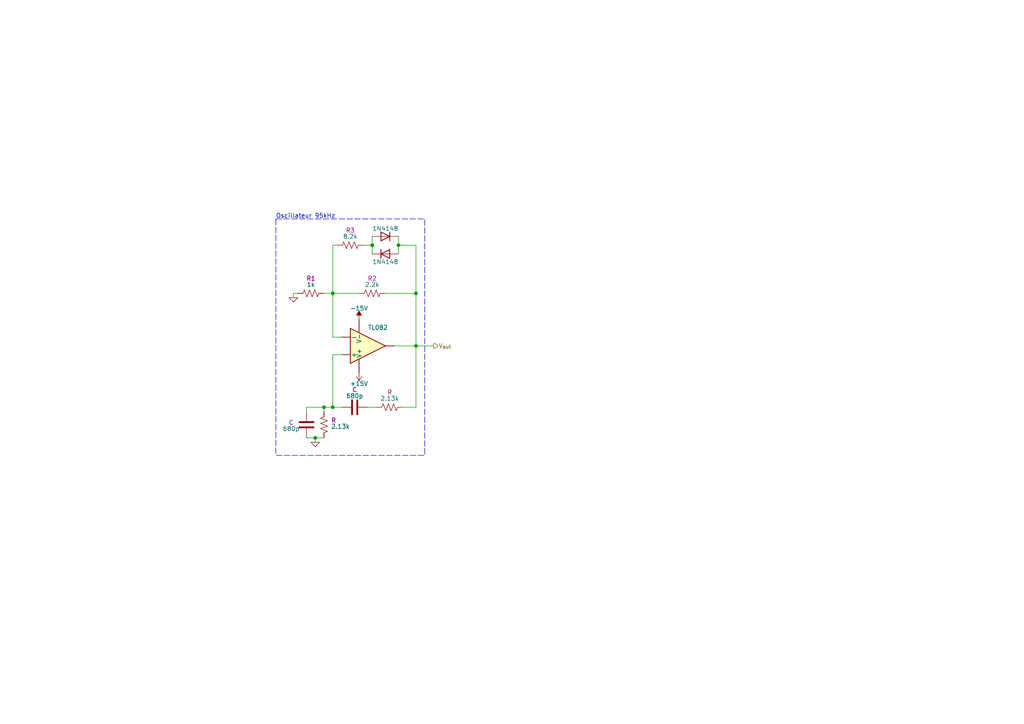
<source format=kicad_sch>
(kicad_sch (version 20250114) (generator "eeschema") (generator_version "9.0")
  (paper "A4")
  (title_block (title "Oscillateur (interrupteur)"))
  (lib_symbols
    (symbol "Device:C" (pin_numbers (hide yes)) (pin_names (offset 0.254))
      (property "Reference" "C" (at 0.635 2.54 0))
      (property "Value" "C" (at 0.635 -2.54 0))
      (symbol "C_0_1"
        (polyline (pts (xy -2.032 0.762) (xy 2.032 0.762)) (stroke (width 0.508)))
        (polyline (pts (xy -2.032 -0.762) (xy 2.032 -0.762)) (stroke (width 0.508)))
      )
      (symbol "C_1_1"
        (pin passive line (at 0 3.81 270) (length 2.794) (name "~") (number "1"))
        (pin passive line (at 0 -3.81 90) (length 2.794) (name "~") (number "2"))
      )
    )
    (symbol "Device:D" (pin_numbers (hide yes)) (pin_names (offset 1.016) (hide yes))
      (property "Reference" "D" (at 0 2.54 0))
      (property "Value" "D" (at 0 -2.54 0))
      (symbol "D_0_1"
        (polyline (pts (xy -1.27 1.27) (xy -1.27 -1.27)) (stroke (width 0.254)))
        (polyline (pts (xy 1.27 1.27) (xy 1.27 -1.27) (xy -1.27 0) (xy 1.27 1.27)) (stroke (width 0.254)))
        (polyline (pts (xy 1.27 0) (xy -1.27 0)))
      )
      (symbol "D_1_1"
        (pin passive line (at -3.81 0 0) (length 2.54) (name "K") (number "1"))
        (pin passive line (at 3.81 0 180) (length 2.54) (name "A") (number "2"))
      )
    )
    (symbol "Device:R_US" (pin_numbers (hide yes)) (pin_names (offset 0))
      (property "Reference" "R" (at 2.54 0 90))
      (property "Value" "R_US" (at -2.54 0 90))
      (symbol "R_US_0_1"
        (polyline (pts (xy 0 2.286) (xy 0 2.54)))
        (polyline (pts (xy 0 2.286) (xy 1.016 1.905) (xy 0 1.524) (xy -1.016 1.143) (xy 0 0.762)))
        (polyline (pts (xy 0 0.762) (xy 1.016 0.381) (xy 0 0) (xy -1.016 -0.381) (xy 0 -0.762)))
        (polyline (pts (xy 0 -0.762) (xy 1.016 -1.143) (xy 0 -1.524) (xy -1.016 -1.905) (xy 0 -2.286)))
        (polyline (pts (xy 0 -2.286) (xy 0 -2.54)))
      )
      (symbol "R_US_1_1"
        (pin passive line (at 0 3.81 270) (length 1.27) (name "~") (number "1"))
        (pin passive line (at 0 -3.81 90) (length 1.27) (name "~") (number "2"))
      )
    )
    (symbol "Simulation_SPICE:0" (power) (pin_numbers (hide yes)) (pin_names (offset 0) (hide yes))
      (property "Value" "0" (at 0 -2.54 0))
      (symbol "0_0_1"
        (polyline (pts (xy -1.27 0) (xy 0 -1.27) (xy 1.27 0) (xy -1.27 0)))
      )
      (symbol "0_1_1"
        (pin power_in line (at 0 0 0) (length 0) (name "~") (number "1"))
      )
    )
    (symbol "Simulation_SPICE:OPAMP" (pin_numbers (hide yes)) (pin_names (offset 0.254))
      (property "Reference" "U" (at 3.81 3.175 0))
      (property "Value" "${SIM.PARAMS}" (at 3.81 -3.175 0))
      (symbol "OPAMP_0_1"
        (polyline (pts (xy 5.08 0) (xy -5.08 5.08) (xy -5.08 -5.08) (xy 5.08 0)) (stroke (width 0.254)) (fill (type background)))
      )
      (symbol "OPAMP_1_1"
        (pin input line (at -7.62 2.54 0) (length 2.54) (name "+") (number "1"))
        (pin input line (at -7.62 -2.54 0) (length 2.54) (name "-") (number "2"))
        (pin power_in line (at -2.54 7.62 270) (length 3.81) (name "V+") (number "3"))
        (pin power_in line (at -2.54 -7.62 90) (length 3.81) (name "V-") (number "4"))
        (pin output line (at 7.62 0 180) (length 2.54) (name "~") (number "5"))
      )
    )
    (symbol "power:+15V" (power) (pin_numbers (hide yes)) (pin_names (offset 0) (hide yes))
      (property "Value" "+15V" (at 0 3.556 0))
      (symbol "+15V_0_1"
        (polyline (pts (xy -0.762 1.27) (xy 0 2.54)))
        (polyline (pts (xy 0 2.54) (xy 0.762 1.27)))
        (polyline (pts (xy 0 0) (xy 0 2.54)))
      )
      (symbol "+15V_1_1"
        (pin power_in line (at 0 0 90) (length 0) (name "~") (number "1"))
      )
    )
    (symbol "power:-15V" (power) (pin_numbers (hide yes)) (pin_names (offset 0) (hide yes))
      (property "Value" "-15V" (at 0 3.556 0))
      (symbol "-15V_0_0"
        (pin power_in line (at 0 0 90) (length 0) (name "~") (number "1"))
      )
      (symbol "-15V_0_1"
        (polyline (pts (xy 0 0) (xy 0 1.27) (xy 0.762 1.27) (xy 0 2.54) (xy -0.762 1.27) (xy 0 1.27)) (fill (type outline)))
      )
    )
  )
  (rectangle (start 80.01 63.5) (end 123.19 132.08) (stroke (width 0) (type dash)))
  (text "Oscillateur 95kHz" (at 80.01 63.5 0) (effects (font (size 1.27 1.27)) (justify left bottom)))
  (junction (at 96.52 85.09))
  (junction (at 93.98 118.11))
  (junction (at 91.44 127))
  (junction (at 120.65 85.09))
  (junction (at 96.52 118.11))
  (junction (at 115.57 71.12))
  (junction (at 107.95 71.12))
  (junction (at 120.65 100.33))
  (wire (pts (xy 116.84 118.11) (xy 120.65 118.11)))
  (wire (pts (xy 85.09 85.09) (xy 85.09 86.36)))
  (wire (pts (xy 105.41 71.12) (xy 107.95 71.12)))
  (wire (pts (xy 96.52 85.09) (xy 93.98 85.09)))
  (wire (pts (xy 120.65 100.33) (xy 125.73 100.33)))
  (wire (pts (xy 107.95 71.12) (xy 107.95 68.58)))
  (wire (pts (xy 91.44 127) (xy 91.44 128.27)))
  (wire (pts (xy 120.65 71.12) (xy 120.65 85.09)))
  (wire (pts (xy 115.57 71.12) (xy 120.65 71.12)))
  (wire (pts (xy 96.52 118.11) (xy 99.06 118.11)))
  (wire (pts (xy 99.06 97.79) (xy 96.52 97.79)))
  (wire (pts (xy 97.79 71.12) (xy 96.52 71.12)))
  (wire (pts (xy 120.65 118.11) (xy 120.65 100.33)))
  (wire (pts (xy 115.57 68.58) (xy 115.57 71.12)))
  (wire (pts (xy 93.98 118.11) (xy 93.98 119.38)))
  (wire (pts (xy 107.95 71.12) (xy 107.95 73.66)))
  (wire (pts (xy 91.44 127) (xy 93.98 127)))
  (wire (pts (xy 96.52 85.09) (xy 96.52 97.79)))
  (wire (pts (xy 88.9 118.11) (xy 93.98 118.11)))
  (wire (pts (xy 96.52 102.87) (xy 96.52 118.11)))
  (wire (pts (xy 106.68 118.11) (xy 109.22 118.11)))
  (wire (pts (xy 96.52 71.12) (xy 96.52 85.09)))
  (wire (pts (xy 115.57 71.12) (xy 115.57 73.66)))
  (wire (pts (xy 120.65 100.33) (xy 114.3 100.33)))
  (wire (pts (xy 96.52 85.09) (xy 104.14 85.09)))
  (wire (pts (xy 111.76 85.09) (xy 120.65 85.09)))
  (wire (pts (xy 88.9 118.11) (xy 88.9 119.38)))
  (wire (pts (xy 85.09 85.09) (xy 86.36 85.09)))
  (wire (pts (xy 88.9 127) (xy 91.44 127)))
  (wire (pts (xy 120.65 85.09) (xy 120.65 100.33)))
  (wire (pts (xy 99.06 102.87) (xy 96.52 102.87)))
  (wire (pts (xy 93.98 118.11) (xy 96.52 118.11)))
  (hierarchical_label "V_{out}" (shape output) (at 125.73 100.33 0))
  (symbol (lib_id "Device:C") (at 88.9 123.19 180) (unit 1)
    (property "Reference" "C20" (effects (hide yes)))
    (property "Value" "680p" (at 84.455 124.333 0))
    (property "Description" "Unpolarized capacitor" (effects (hide yes)))
    (property "Ref.Alt" "C" (at 84.455 122.555 0))
  )
  (symbol (lib_id "Device:R_US") (at 90.17 85.09 270) (unit 1)
    (property "Reference" "R55" (effects (hide yes)))
    (property "Value" "1k" (at 90.17 82.55 90))
    (property "Description" "Resistor, US symbol" (effects (hide yes)))
    (property "Ref.Alt" "R1" (at 90.17 80.772 90))
  )
  (symbol (lib_id "Device:C") (at 102.87 118.11 90) (unit 1)
    (property "Reference" "C21" (effects (hide yes)))
    (property "Value" "680p" (at 102.87 114.808 90))
    (property "Description" "Unpolarized capacitor" (effects (hide yes)))
    (property "Ref.Alt" "C" (at 102.87 113.03 90))
  )
  (symbol (lib_id "Simulation_SPICE:0") (at 85.09 86.36 0) (unit 1)
    (property "Reference" "#GND034" (effects (hide yes)))
    (property "Value" "0" (effects (hide yes)))
    (property "Datasheet" "https://ngspice.sourceforge.io/docs/ngspice-html-manual/manual.xhtml#subsec_Circuit_elements__device" (effects (hide yes)))
    (property "Description" "0V reference potential for simulation" (effects (hide yes)))
  )
  (symbol (lib_id "Device:R_US") (at 107.95 85.09 270) (unit 1)
    (property "Reference" "R58" (effects (hide yes)))
    (property "Value" "2.2k" (at 107.95 82.55 90))
    (property "Description" "Resistor, US symbol" (effects (hide yes)))
    (property "Ref.Alt" "R2" (at 107.95 80.772 90))
  )
  (symbol (lib_id "Device:R_US") (at 113.03 118.11 270) (unit 1)
    (property "Reference" "R59" (effects (hide yes)))
    (property "Value" "2.13k" (at 113.03 115.57 90))
    (property "Description" "Resistor, US symbol" (effects (hide yes)))
    (property "Ref.Alt" "R" (at 113.03 113.792 90))
  )
  (symbol (lib_id "Device:R_US") (at 101.6 71.12 270) (unit 1)
    (property "Reference" "R57" (effects (hide yes)))
    (property "Value" "8.2k" (at 101.6 68.58 90))
    (property "Description" "Resistor, US symbol" (effects (hide yes)))
    (property "Ref.Alt" "R3" (at 101.6 66.802 90))
  )
  (symbol (lib_id "Device:R_US") (at 93.98 123.19 0) (mirror y) (unit 1)
    (property "Reference" "R56" (effects (hide yes)))
    (property "Value" "2.13k" (at 96.012 123.698 0) (effects (justify right)))
    (property "Description" "Resistor, US symbol" (effects (hide yes)))
    (property "Ref.Alt" "R" (at 96.012 121.92 0) (effects (justify right)))
  )
  (symbol (lib_id "power:-15V") (at 104.14 92.71 0) (unit 1)
    (property "Reference" "#PWR046" (effects (hide yes)))
    (property "Value" "-15V" (at 104.14 89.408 0))
    (property "Description" "Power symbol creates a global label with name \"-15V\"" (effects (hide yes)))
  )
  (symbol (lib_id "Simulation_SPICE:0") (at 91.44 128.27 0) (unit 1)
    (property "Reference" "#GND035" (effects (hide yes)))
    (property "Value" "0" (effects (hide yes)))
    (property "Datasheet" "https://ngspice.sourceforge.io/docs/ngspice-html-manual/manual.xhtml#subsec_Circuit_elements__device" (effects (hide yes)))
    (property "Description" "0V reference potential for simulation" (effects (hide yes)))
  )
  (symbol (lib_id "Simulation_SPICE:OPAMP") (at 106.68 100.33 0) (mirror x) (unit 1)
    (property "Reference" "U22" (effects (hide yes)))
    (property "Value" "TL082" (at 106.68 94.996 0) (effects (justify left)))
    (property "Datasheet" "https://ngspice.sourceforge.io/docs/ngspice-html-manual/manual.xhtml#sec__SUBCKT_Subcircuits" (effects (hide yes)))
    (property "Description" "Operational amplifier, single" (effects (hide yes)))
    (property "Sim.Pins" "1=1 2=2 3=3 4=4 5=5" (effects (hide yes)))
    (property "Sim.Device" "SUBCKT" (effects (hide yes)))
    (property "Sim.Library" "TL082.MOD" (effects (hide yes)))
    (property "Sim.Name" "TL082" (effects (hide yes)))
  )
  (symbol (lib_id "Device:D") (at 111.76 73.66 0) (mirror x) (unit 1)
    (property "Reference" "D6" (effects (hide yes)))
    (property "Value" "1N4148" (at 111.76 75.946 0))
    (property "Description" "Diode" (effects (hide yes)))
    (property "Sim.Library" "1N4148.mod" (effects (hide yes)))
    (property "Sim.Device" "D" (effects (hide yes)))
    (property "Sim.Pins" "1=K 2=A" (effects (hide yes)))
    (property "Sim.Name" "D1N4148" (effects (hide yes)))
  )
  (symbol (lib_id "Device:D") (at 111.76 68.58 0) (mirror y) (unit 1)
    (property "Reference" "D5" (effects (hide yes)))
    (property "Value" "1N4148" (at 111.76 66.294 0))
    (property "Description" "Diode" (effects (hide yes)))
    (property "Sim.Library" "1N4148.mod" (effects (hide yes)))
    (property "Sim.Device" "D" (effects (hide yes)))
    (property "Sim.Pins" "1=K 2=A" (effects (hide yes)))
    (property "Sim.Name" "D1N4148" (effects (hide yes)))
  )
  (symbol (lib_id "power:+15V") (at 104.14 107.95 180) (unit 1)
    (property "Reference" "#PWR047" (effects (hide yes)))
    (property "Value" "+15V" (at 104.14 111.252 0))
    (property "Description" "Power symbol creates a global label with name \"+15V\"" (effects (hide yes)))
  )
)
</source>
